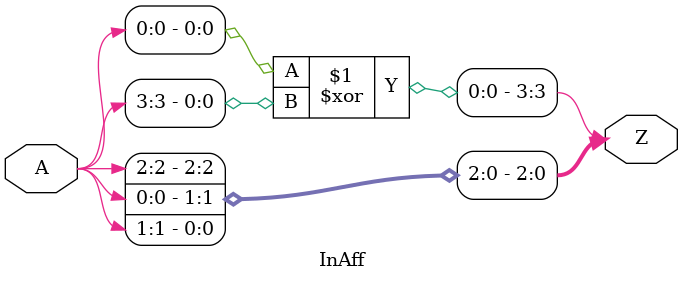
<source format=v>
module InAff(
    input  [3:0] A,
    output [3:0] Z
    );
    assign Z[0] = A[1];
    assign Z[1] = A[0];
    assign Z[2] = A[2];
    assign Z[3] = A[0] ^ A[3];
endmodule

</source>
